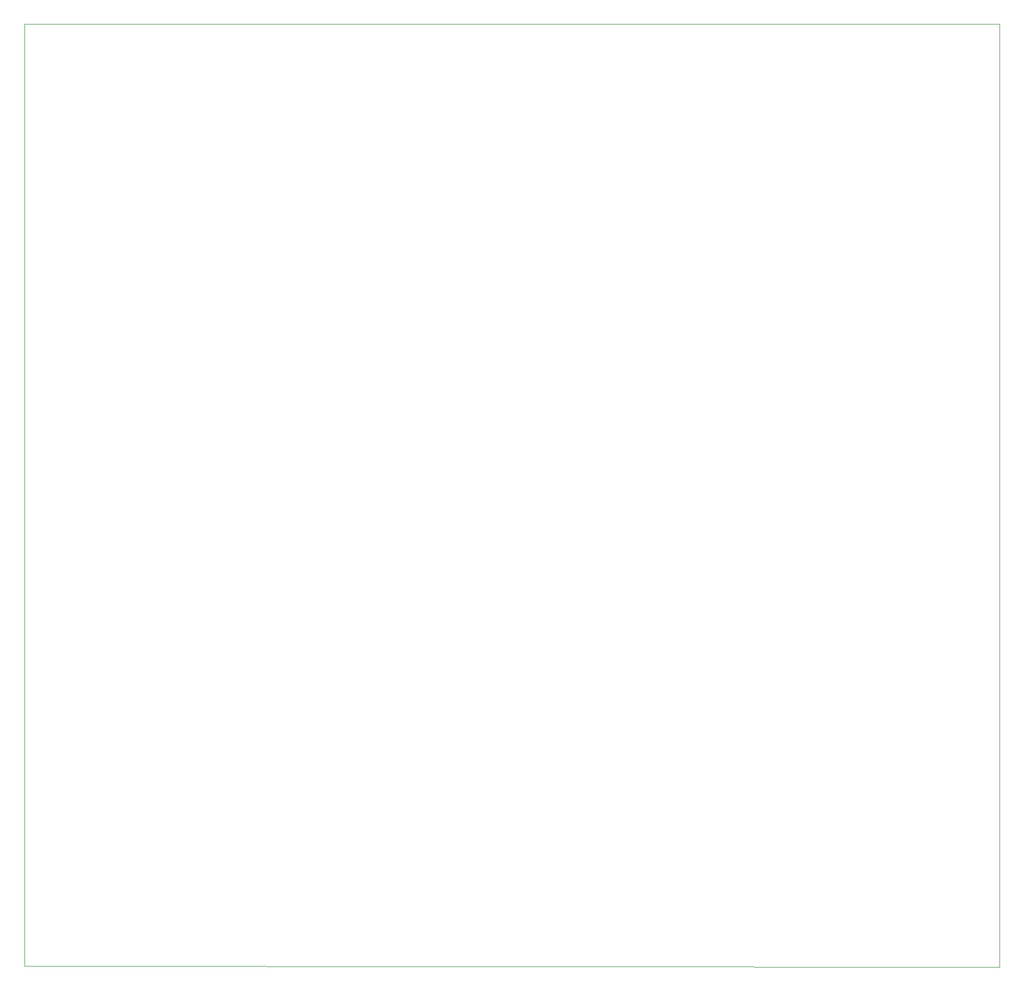
<source format=gbr>
%TF.GenerationSoftware,KiCad,Pcbnew,(5.1.6)-1*%
%TF.CreationDate,2021-02-23T05:00:00+06:00*%
%TF.ProjectId,Cabinate,43616269-6e61-4746-952e-6b696361645f,rev?*%
%TF.SameCoordinates,Original*%
%TF.FileFunction,Profile,NP*%
%FSLAX46Y46*%
G04 Gerber Fmt 4.6, Leading zero omitted, Abs format (unit mm)*
G04 Created by KiCad (PCBNEW (5.1.6)-1) date 2021-02-23 05:00:00*
%MOMM*%
%LPD*%
G01*
G04 APERTURE LIST*
%TA.AperFunction,Profile*%
%ADD10C,0.050000*%
%TD*%
G04 APERTURE END LIST*
D10*
X47200000Y-165600000D02*
X205600000Y-165800000D01*
X47200000Y-12400000D02*
X47200000Y-165600000D01*
X205600000Y-12400000D02*
X47200000Y-12400000D01*
X205600000Y-165800000D02*
X205600000Y-12400000D01*
M02*

</source>
